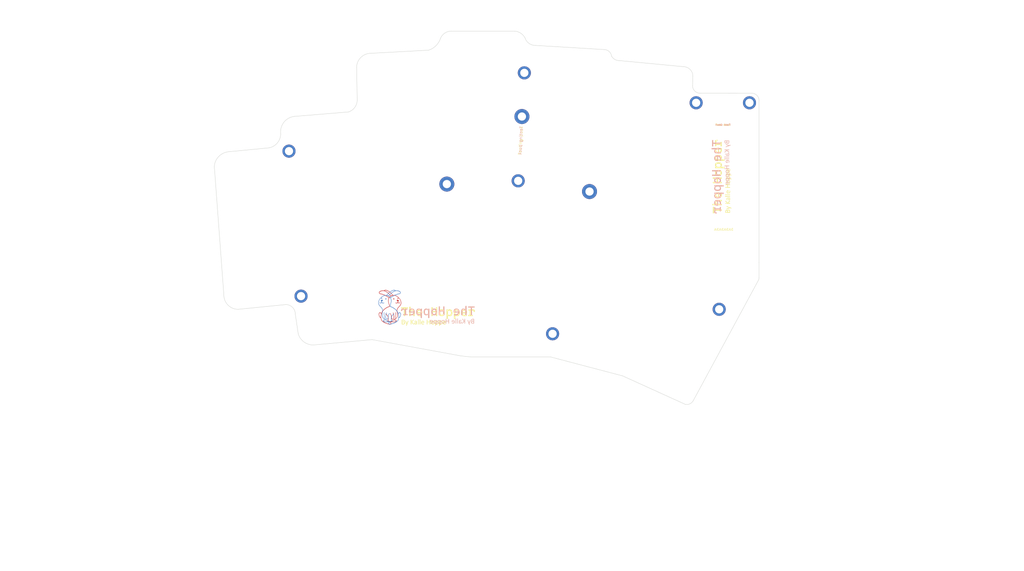
<source format=kicad_pcb>
(kicad_pcb (version 20211014) (generator pcbnew)
  (layers (0 "F.Cu" signal) (31 "B.Cu" signal) (34 "B.Paste" user) (35 "F.Paste" user) (36 "B.SilkS" user "B.Silkscreen") (37 "F.SilkS" user "F.Silkscreen") (38 "B.Mask" user) (39 "F.Mask" user) (44 "Edge.Cuts" user))
  (net 0 "")
  (net 1 "GND")
  (footprint "hopper:HopperLogoByline" (layer "F.Cu") (at 204.98528 59.768019 90)
    (fp_text reference "")
    (fp_text value "" hide)
  )
  (footprint "" (layer "F.Cu") (at 158.77597 101.782173)
    (fp_text reference "")
    (fp_text value "")
  )
  (footprint "" (layer "F.Cu") (at 149.603 60.96)
    (fp_text reference "")
    (fp_text value "")
  )
  (footprint "hopper:HopperLogo2F" (layer "F.Cu") (at 115.372233 94.601081)
    (fp_text reference "")
    (fp_text value "" hide)
  )
  (footprint "" (layer "F.Cu") (at 151.244988 32.143541)
    (fp_text reference "")
    (fp_text value "")
  )
  (footprint "" (layer "F.Cu") (at 197.056 40.132)
    (fp_text reference "")
    (fp_text value "")
  )
  (footprint "" (layer "F.Cu") (at 91.703707 91.731488)
    (fp_text reference "")
    (fp_text value "")
  )
  (footprint "" (layer "F.Cu") (at 88.487061 53.03462)
    (fp_text reference "")
    (fp_text value "")
  )
  (footprint "swoop:Tenting_puck" (layer "F.Cu") (at 149.603 62.823893 -3)
    (fp_text reference "PUCK1")
    (fp_text value "SYM_Arrow45_Small")
  )
  (footprint "hopper:HopperLogoByline" (layer "F.Cu") (at 128.290808 98.159508)
    (fp_text reference "")
    (fp_text value "" hide)
  )
  (footprint "" (layer "F.Cu") (at 211.28 40.132)
    (fp_text reference "")
    (fp_text value "")
  )
  (footprint "" (layer "F.Cu") (at 203.2 95.25)
    (fp_text reference "")
    (fp_text value "")
  )
  (gr_arc (start 172.505469 25.927077) (mid 173.827936 26.422458) (end 174.499487 27.664771) (layer "Edge.Cuts") (width 0.1))
  (gr_line (start 104.377649 42.574718) (end 89.934929 43.765697) (layer "Edge.Cuts") (width 0.1))
  (gr_arc (start 128.868208 22.999045) (mid 130.024739 21.541396) (end 131.806567 21.005309) (layer "Edge.Cuts") (width 0.1))
  (gr_line (start 90.17 96.52) (end 90.946695 101.73724) (layer "Edge.Cuts") (width 0.1))
  (gr_arc (start 154.223477 24.819969) (mid 152.512174 24.295394) (end 151.442886 22.86) (layer "Edge.Cuts") (width 0.1))
  (gr_arc (start 106.522546 30.734245) (mid 107.63847 28.040169) (end 110.332546 26.924245) (layer "Edge.Cuts") (width 0.1))
  (gr_line (start 95.042985 104.76191) (end 110.645326 103.335978) (layer "Edge.Cuts") (width 0.1))
  (gr_line (start 68.58 57.15) (end 71.12 91.44) (layer "Edge.Cuts") (width 0.1))
  (gr_arc (start 128.868208 22.999045) (mid 127.662801 24.912078) (end 125.73 26.085527) (layer "Edge.Cuts") (width 0.1))
  (gr_line (start 193.644494 30.494599) (end 176.506153 28.862589) (layer "Edge.Cuts") (width 0.1))
  (gr_line (start 213.82 82.804) (end 213.82 86.868) (layer "Edge.Cuts") (width 0.1))
  (gr_line (start 194.216 120.64) (end 177.452 113.02) (layer "Edge.Cuts") (width 0.1))
  (gr_arc (start 68.58 57.15) (mid 69.781945 54.43907) (end 72.472825 53.192885) (layer "Edge.Cuts") (width 0.1))
  (gr_arc (start 196.253578 119.68827) (mid 195.37927 120.473451) (end 194.216 120.64) (layer "Edge.Cuts") (width 0.1))
  (gr_arc (start 213.82 86.868) (mid 213.800321 87.112118) (end 213.741793 87.349931) (layer "Edge.Cuts") (width 0.1))
  (gr_line (start 213.82 60.96) (end 213.82 39.624) (layer "Edge.Cuts") (width 0.1))
  (gr_line (start 196.100746 35.56) (end 196.184494 33.034599) (layer "Edge.Cuts") (width 0.1))
  (gr_arc (start 148.608995 21.005119) (mid 150.270526 21.558881) (end 151.442886 22.86) (layer "Edge.Cuts") (width 0.1))
  (gr_line (start 213.741793 87.349931) (end 196.253578 119.68827) (layer "Edge.Cuts") (width 0.1))
  (gr_line (start 125.73 26.085527) (end 110.332546 26.924245) (layer "Edge.Cuts") (width 0.1))
  (gr_arc (start 136.932196 107.94) (mid 135.539508 107.819783) (end 134.151804 107.651529) (layer "Edge.Cuts") (width 0.1))
  (gr_arc (start 95.042985 104.76191) (mid 92.473938 103.955028) (end 90.946695 101.73724) (layer "Edge.Cuts") (width 0.1))
  (gr_line (start 148.608995 21.005119) (end 131.806567 21.005309) (layer "Edge.Cuts") (width 0.1))
  (gr_line (start 213.82 60.96) (end 213.82 82.804) (layer "Edge.Cuts") (width 0.1))
  (gr_line (start 158.148 107.94) (end 136.932196 107.94) (layer "Edge.Cuts") (width 0.1))
  (gr_arc (start 106.68 39.37) (mid 106.044058 41.341464) (end 104.377649 42.574718) (layer "Edge.Cuts") (width 0.1))
  (gr_arc (start 193.644494 30.494599) (mid 195.440545 31.238548) (end 196.184494 33.034599) (layer "Edge.Cuts") (width 0.1))
  (gr_arc (start 86.271119 48.36266) (mid 85.410318 50.81925) (end 83.174864 52.152875) (layer "Edge.Cuts") (width 0.1))
  (gr_arc (start 198.12 37.579254) (mid 196.692172 36.987828) (end 196.100746 35.56) (layer "Edge.Cuts") (width 0.1))
  (gr_line (start 106.522546 30.734245) (end 106.68 39.37) (layer "Edge.Cuts") (width 0.1))
  (gr_arc (start 87.63 93.98) (mid 89.426051 94.723949) (end 90.17 96.52) (layer "Edge.Cuts") (width 0.1))
  (gr_arc (start 176.506153 28.862589) (mid 175.337669 28.540353) (end 174.499487 27.664771) (layer "Edge.Cuts") (width 0.1))
  (gr_line (start 83.174864 52.152875) (end 72.472825 53.192885) (layer "Edge.Cuts") (width 0.1))
  (gr_arc (start 211.923159 37.592) (mid 213.313036 38.195907) (end 213.82 39.624) (layer "Edge.Cuts") (width 0.1))
  (gr_line (start 87.63 93.98) (end 74.93 95.25) (layer "Edge.Cuts") (width 0.1))
  (gr_line (start 134.151804 107.651529) (end 110.645326 103.335978) (layer "Edge.Cuts") (width 0.1))
  (gr_arc (start 86.271119 48.36266) (mid 87.149815 45.304465) (end 89.934929 43.765697) (layer "Edge.Cuts") (width 0.1))
  (gr_line (start 211.923159 37.592) (end 198.12 37.579254) (layer "Edge.Cuts") (width 0.1))
  (gr_arc (start 74.93 95.25) (mid 72.235923 94.134077) (end 71.12 91.44) (layer "Edge.Cuts") (width 0.1))
  (gr_line (start 172.505469 25.927077) (end 154.223477 24.819969) (layer "Edge.Cuts") (width 0.1))
  (gr_line (start 177.452 113.02) (end 158.148 107.94) (layer "Edge.Cuts") (width 0.1))
  (gr_text "Face down" (at 204.204535 45.974868) (layer "B.SilkS") (effects (font (size 0.5 0.5) (thickness 0.125)) (justify mirror)))
  (gr_text "Face down" (at 204.204535 46.000947) (layer "F.SilkS") (effects (font (size 0.5 0.5) (thickness 0.125))))
  (gr_text "JLCJLCJLCJLC" (at 204.386709 73.925573) (layer "F.SilkS") (effects (font (size 0.5 0.5) (thickness 0.125))))
)
</source>
